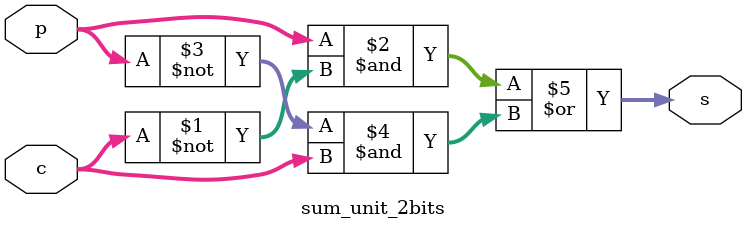
<source format=v>
module sum_unit_2bits (
input [1:0] p, c,
output [1:0] s
);
//assign s = p ^ c;
/*assign s[0] = p[0] & ~ci | ~p[0] & ci;
assign s[1] = p[1] & ~c0 | ~p[1] & ~c0;
*/
assign s = (p & ~c) | (~p & c);
endmodule

</source>
